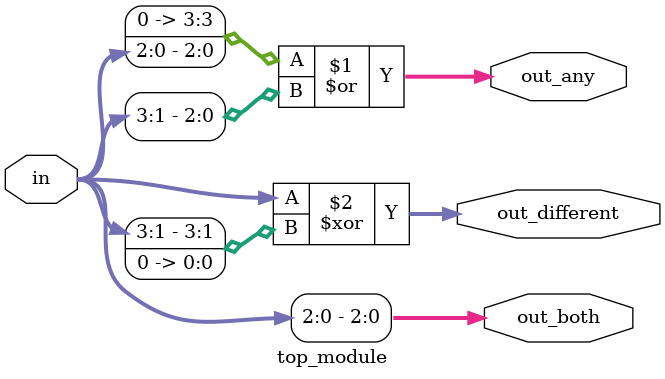
<source format=sv>
module top_module (
    input [3:0] in,
    output [2:0] out_both,
    output [3:0] out_any,
    output [3:0] out_different
);

assign out_both = in[2:0];
assign out_any = {1'b0, in[2:0]} | in[3:1];
assign out_different = in ^ {in[3:1], 1'b0};

endmodule

</source>
